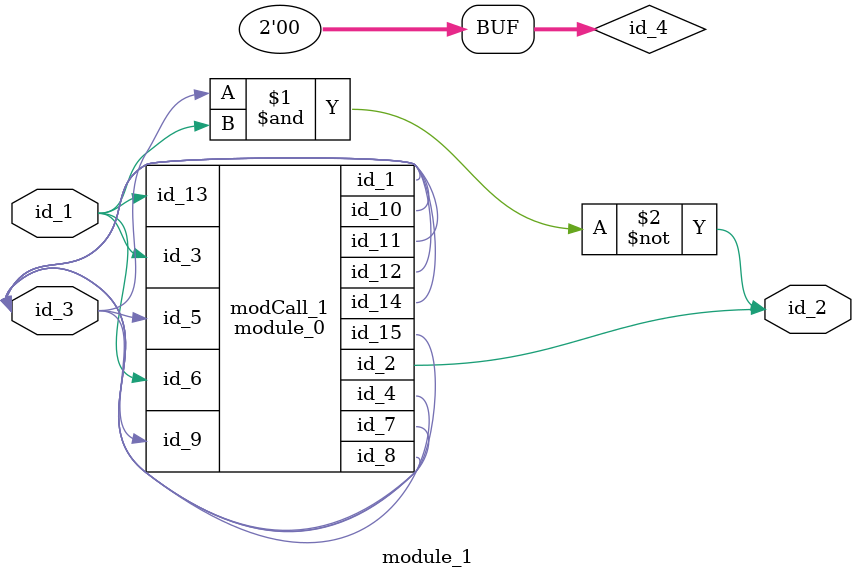
<source format=v>
module module_0 (
    id_1,
    id_2,
    id_3,
    id_4,
    id_5,
    id_6,
    id_7,
    id_8,
    id_9,
    id_10,
    id_11,
    id_12,
    id_13,
    id_14,
    id_15
);
  inout wire id_15;
  inout wire id_14;
  input wire id_13;
  output wire id_12;
  inout wire id_11;
  output wire id_10;
  input wire id_9;
  output wire id_8;
  output wire id_7;
  input wire id_6;
  input wire id_5;
  inout wire id_4;
  input wire id_3;
  output wire id_2;
  inout wire id_1;
endmodule
module module_1 (
    id_1,
    id_2,
    id_3
);
  inout wire id_3;
  module_0 modCall_1 (
      id_3,
      id_2,
      id_1,
      id_3,
      id_3,
      id_1,
      id_3,
      id_3,
      id_3,
      id_3,
      id_3,
      id_3,
      id_1,
      id_3,
      id_3
  );
  output wire id_2;
  input wire id_1;
  nand primCall (id_2, id_3, id_1);
  tri [-1 : -1 'b0] id_4;
  assign id_4 = -1 == id_4;
endmodule

</source>
